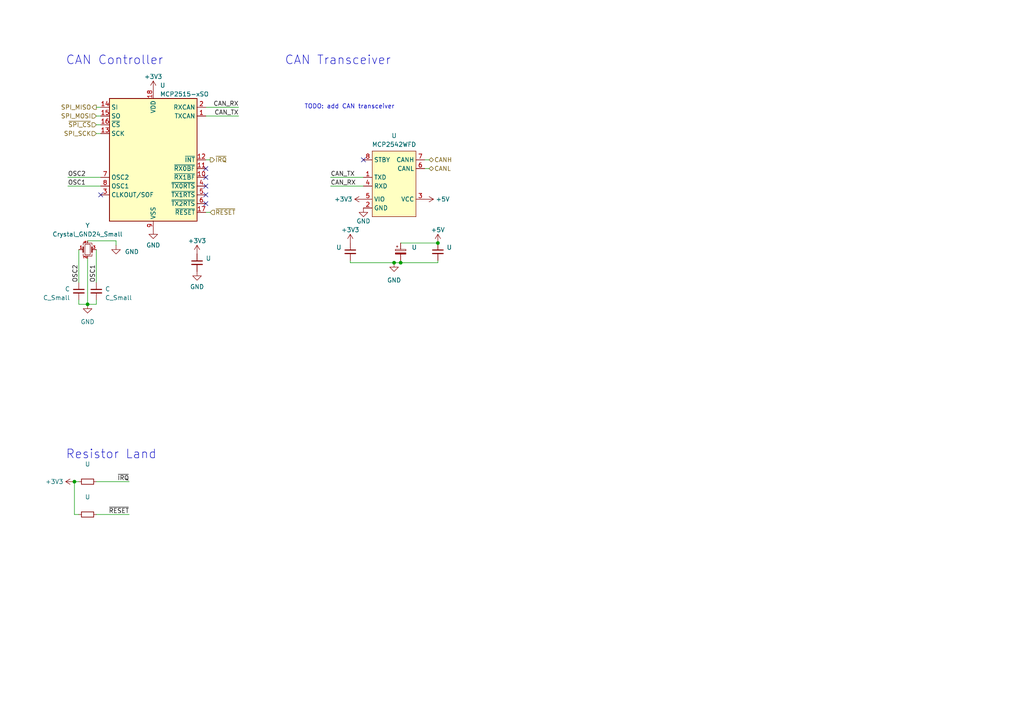
<source format=kicad_sch>
(kicad_sch (version 20220404) (generator eeschema)
  (paper "A4")
  (lib_symbols
    (symbol "Device:C_Polarized_Small" (pin_numbers hide) (pin_names (offset 0.254) hide)
      (property "Reference" "C" (at 0.254 1.778 0))
      (property "Value" "C_Polarized_Small" (at 0.254 -2.032 0))
      (symbol "C_Polarized_Small_0_1"
        (rectangle (start -1.524 -0.3048) (end 1.524 -0.6858) (fill (type outline)))
        (rectangle (start -1.524 0.6858) (end 1.524 0.3048))
        (polyline (pts (xy -1.27 1.524) (xy -0.762 1.524)))
        (polyline (pts (xy -1.016 1.27) (xy -1.016 1.778)))
      )
      (symbol "C_Polarized_Small_1_1"
        (pin passive line (at 0 2.54 270) (length 1.8542) (name "~") (number "1"))
        (pin passive line (at 0 -2.54 90) (length 1.8542) (name "~") (number "2"))
      )
    )
    (symbol "Device:C_Small" (pin_numbers hide) (pin_names (offset 0.254) hide)
      (property "Reference" "C" (at 0.254 1.778 0))
      (property "Value" "C_Small" (at 0.254 -2.032 0))
      (symbol "C_Small_0_1"
        (polyline (pts (xy -1.524 -0.508) (xy 1.524 -0.508)) (stroke (width 0.3302)))
        (polyline (pts (xy -1.524 0.508) (xy 1.524 0.508)) (stroke (width 0.3048)))
      )
      (symbol "C_Small_1_1"
        (pin passive line (at 0 2.54 270) (length 2.032) (name "~") (number "1"))
        (pin passive line (at 0 -2.54 90) (length 2.032) (name "~") (number "2"))
      )
    )
    (symbol "Device:Crystal_GND24_Small" (pin_names (offset 1.016) hide)
      (property "Reference" "Y" (at 1.27 4.445 0))
      (property "Value" "Crystal_GND24_Small" (at 1.27 2.54 0))
      (symbol "Crystal_GND24_Small_0_1"
        (rectangle (start -0.762 -1.524) (end 0.762 1.524))
        (polyline (pts (xy -1.27 -0.762) (xy -1.27 0.762)) (stroke (width 0.381)))
        (polyline (pts (xy 1.27 -0.762) (xy 1.27 0.762)) (stroke (width 0.381)))
        (polyline (pts (xy -1.27 -1.27) (xy -1.27 -1.905) (xy 1.27 -1.905) (xy 1.27 -1.27)))
        (polyline (pts (xy -1.27 1.27) (xy -1.27 1.905) (xy 1.27 1.905) (xy 1.27 1.27)))
      )
      (symbol "Crystal_GND24_Small_1_1"
        (pin passive line (at -2.54 0 0) (length 1.27) (name "1") (number "1"))
        (pin passive line (at 0 -2.54 90) (length 0.635) (name "2") (number "2"))
        (pin passive line (at 2.54 0 180) (length 1.27) (name "3") (number "3"))
        (pin passive line (at 0 2.54 270) (length 0.635) (name "4") (number "4"))
      )
    )
    (symbol "Device:R_Small" (pin_numbers hide) (pin_names (offset 0.254) hide)
      (property "Reference" "R" (at 0.762 0.508 0))
      (property "Value" "R_Small" (at 0.762 -1.016 0))
      (symbol "R_Small_0_1"
        (rectangle (start -0.762 1.778) (end 0.762 -1.778) (stroke (width 0.2032)))
      )
      (symbol "R_Small_1_1"
        (pin passive line (at 0 2.54 270) (length 0.762) (name "~") (number "1"))
        (pin passive line (at 0 -2.54 90) (length 0.762) (name "~") (number "2"))
      )
    )
    (symbol "Interface_CAN_LIN:MCP2515-xSO"
      (property "Reference" "U" (at -10.16 19.685 0))
      (property "Value" "MCP2515-xSO" (at 19.05 20.32 0))
      (symbol "MCP2515-xSO_0_1"
        (rectangle (start -12.7 17.78) (end 12.7 -17.78) (stroke (width 0.254)) (fill (type background)))
      )
      (symbol "MCP2515-xSO_1_1"
        (pin output line (at 15.24 12.7 180) (length 2.54) (name "TXCAN") (number "1"))
        (pin output line (at 15.24 -5.08 180) (length 2.54) (name "~{RX1BF}") (number "10"))
        (pin output line (at 15.24 -2.54 180) (length 2.54) (name "~{RX0BF}") (number "11"))
        (pin output line (at 15.24 0 180) (length 2.54) (name "~{INT}") (number "12"))
        (pin input line (at -15.24 7.62 0) (length 2.54) (name "SCK") (number "13"))
        (pin input line (at -15.24 15.24 0) (length 2.54) (name "SI") (number "14"))
        (pin output line (at -15.24 12.7 0) (length 2.54) (name "SO") (number "15"))
        (pin input line (at -15.24 10.16 0) (length 2.54) (name "~{CS}") (number "16"))
        (pin input line (at 15.24 -15.24 180) (length 2.54) (name "~{RESET}") (number "17"))
        (pin power_in line (at 0 20.32 270) (length 2.54) (name "VDD") (number "18"))
        (pin input line (at 15.24 15.24 180) (length 2.54) (name "RXCAN") (number "2"))
        (pin output line (at -15.24 -10.16 0) (length 2.54) (name "CLKOUT/SOF") (number "3"))
        (pin input line (at 15.24 -7.62 180) (length 2.54) (name "~{TX0RTS}") (number "4"))
        (pin input line (at 15.24 -10.16 180) (length 2.54) (name "~{TX1RTS}") (number "5"))
        (pin input line (at 15.24 -12.7 180) (length 2.54) (name "~{TX2RTS}") (number "6"))
        (pin output line (at -15.24 -5.08 0) (length 2.54) (name "OSC2") (number "7"))
        (pin input line (at -15.24 -7.62 0) (length 2.54) (name "OSC1") (number "8"))
        (pin power_in line (at 0 -20.32 90) (length 2.54) (name "VSS") (number "9"))
      )
    )
    (symbol "power:+3V3" (power) (pin_names (offset 0))
      (property "Value" "+3V3" (at 0 3.556 0))
      (symbol "+3V3_0_1"
        (polyline (pts (xy -0.762 1.27) (xy 0 2.54)))
        (polyline (pts (xy 0 0) (xy 0 2.54)))
        (polyline (pts (xy 0 2.54) (xy 0.762 1.27)))
      )
      (symbol "+3V3_1_1"
        (pin power_in line (at 0 0 90) (length 0) hide (name "+3V3") (number "1"))
      )
    )
    (symbol "power:+5V" (power) (pin_names (offset 0))
      (property "Value" "+5V" (at 0 3.556 0))
      (symbol "+5V_0_1"
        (polyline (pts (xy -0.762 1.27) (xy 0 2.54)))
        (polyline (pts (xy 0 0) (xy 0 2.54)))
        (polyline (pts (xy 0 2.54) (xy 0.762 1.27)))
      )
      (symbol "+5V_1_1"
        (pin power_in line (at 0 0 90) (length 0) hide (name "+5V") (number "1"))
      )
    )
    (symbol "power:GND" (power) (pin_names (offset 0))
      (property "Value" "GND" (at 0 -3.81 0))
      (symbol "GND_0_1"
        (polyline (pts (xy 0 0) (xy 0 -1.27) (xy 1.27 -1.27) (xy 0 -2.54) (xy -1.27 -1.27) (xy 0 -1.27)))
      )
      (symbol "GND_1_1"
        (pin power_in line (at 0 0 270) (length 0) hide (name "GND") (number "1"))
      )
    )
    (symbol "programmable-load:MCP2542WFD"
      (property "Reference" "U" (at 0 11.43 0))
      (property "Value" "MCP2542WFD" (at 0 8.89 0))
      (symbol "MCP2542WFD_0_1"
        (rectangle (start -6.35 7.62) (end 6.35 -11.43) (fill (type background)))
      )
      (symbol "MCP2542WFD_1_1"
        (pin input line (at -8.89 0 0) (length 2.54) (name "TXD") (number "1"))
        (pin power_in line (at -8.89 -8.89 0) (length 2.54) (name "GND") (number "2"))
        (pin power_in line (at 8.89 -6.35 180) (length 2.54) (name "VCC") (number "3"))
        (pin output line (at -8.89 -2.54 0) (length 2.54) (name "RXD") (number "4"))
        (pin power_in line (at -8.89 -6.35 0) (length 2.54) (name "VIO") (number "5"))
        (pin bidirectional line (at 8.89 2.54 180) (length 2.54) (name "CANL") (number "6"))
        (pin bidirectional line (at 8.89 5.08 180) (length 2.54) (name "CANH") (number "7"))
        (pin input line (at -8.89 5.08 0) (length 2.54) (name "STBY") (number "8"))
      )
    )
  )
  (junction (at 21.59 139.7))
  (junction (at 127 70.485))
  (junction (at 25.4 88.265))
  (junction (at 114.3 76.2))
  (junction (at 116.205 76.2))
  (no_connect (at 59.69 59.055))
  (no_connect (at 105.41 46.355))
  (no_connect (at 59.69 56.515))
  (no_connect (at 59.69 53.975))
  (no_connect (at 59.69 48.895))
  (no_connect (at 59.69 51.435))
  (no_connect (at 29.21 56.515))
  (wire (pts (xy 105.41 53.975) (xy 95.885 53.975)))
  (wire (pts (xy 59.69 33.655) (xy 69.215 33.655)))
  (wire (pts (xy 116.205 76.2) (xy 127 76.2)))
  (wire (pts (xy 59.69 61.595) (xy 60.96 61.595)))
  (wire (pts (xy 105.41 51.435) (xy 95.885 51.435)))
  (wire (pts (xy 25.4 69.85) (xy 33.655 69.85)))
  (wire (pts (xy 27.94 88.265) (xy 27.94 86.995)))
  (wire (pts (xy 127 76.2) (xy 127 75.565)))
  (wire (pts (xy 116.205 75.565) (xy 116.205 76.2)))
  (wire (pts (xy 27.94 31.115) (xy 29.21 31.115)))
  (wire (pts (xy 33.655 69.85) (xy 33.655 71.12)))
  (wire (pts (xy 27.94 33.655) (xy 29.21 33.655)))
  (wire (pts (xy 27.94 38.735) (xy 29.21 38.735)))
  (wire (pts (xy 21.59 149.225) (xy 22.86 149.225)))
  (wire (pts (xy 123.19 48.895) (xy 124.46 48.895)))
  (wire (pts (xy 27.94 149.225) (xy 37.465 149.225)))
  (wire (pts (xy 27.94 81.915) (xy 27.94 72.39)))
  (wire (pts (xy 116.205 70.485) (xy 127 70.485)))
  (wire (pts (xy 21.59 149.225) (xy 21.59 139.7)))
  (wire (pts (xy 22.86 88.265) (xy 25.4 88.265)))
  (wire (pts (xy 114.3 76.2) (xy 101.6 76.2)))
  (wire (pts (xy 59.69 46.355) (xy 60.96 46.355)))
  (wire (pts (xy 27.94 36.195) (xy 29.21 36.195)))
  (wire (pts (xy 123.19 46.355) (xy 124.46 46.355)))
  (wire (pts (xy 25.4 88.265) (xy 27.94 88.265)))
  (wire (pts (xy 114.3 76.2) (xy 116.205 76.2)))
  (wire (pts (xy 59.69 31.115) (xy 69.215 31.115)))
  (wire (pts (xy 19.685 51.435) (xy 29.21 51.435)))
  (wire (pts (xy 27.94 139.7) (xy 37.465 139.7)))
  (wire (pts (xy 101.6 76.2) (xy 101.6 75.565)))
  (wire (pts (xy 21.59 139.7) (xy 22.86 139.7)))
  (wire (pts (xy 22.86 81.915) (xy 22.86 72.39)))
  (wire (pts (xy 22.86 86.995) (xy 22.86 88.265)))
  (wire (pts (xy 25.4 74.93) (xy 25.4 88.265)))
  (wire (pts (xy 19.685 53.975) (xy 29.21 53.975)))
  (text "CAN Controller" (at 19.05 19.05 0) (effects (font (size 2.54 2.54)) (justify left bottom)))
  (text "TODO: add CAN transceiver" (at 88.265 31.75 0) (effects (font (size 1.27 1.27)) (justify left bottom)))
  (text "CAN Transceiver" (at 82.55 19.05 0) (effects (font (size 2.54 2.54)) (justify left bottom)))
  (text "Resistor Land" (at 19.05 133.35 0) (effects (font (size 2.54 2.54)) (justify left bottom)))
  (label "CAN_RX" (at 69.215 31.115 0))
  (label "~{IRQ}" (at 37.465 139.7 0))
  (label "OSC2" (at 22.86 81.915 90))
  (label "OSC1" (at 19.685 53.975 0))
  (label "CAN_TX" (at 69.215 33.655 0))
  (label "CAN_RX" (at 95.885 53.975 0))
  (label "OSC2" (at 19.685 51.435 0))
  (label "CAN_TX" (at 95.885 51.435 0))
  (label "OSC1" (at 27.94 81.915 90))
  (label "~{RESET}" (at 37.465 149.225 0))
  (hierarchical_label "SPI_MOSI" (shape input) (at 27.94 33.655 180))
  (hierarchical_label "~{SPI_CS}" (shape input) (at 27.94 36.195 180))
  (hierarchical_label "~{RESET}" (shape input) (at 60.96 61.595 0))
  (hierarchical_label "~{IRQ}" (shape output) (at 60.96 46.355 0))
  (hierarchical_label "SPI_MISO" (shape output) (at 27.94 31.115 180))
  (hierarchical_label "CANH" (shape bidirectional) (at 124.46 46.355 0))
  (hierarchical_label "CANL" (shape bidirectional) (at 124.46 48.895 0))
  (hierarchical_label "SPI_SCK" (shape input) (at 27.94 38.735 180))
  (symbol (lib_id "power:GND") (at 25.4 88.265 0) (unit 1)
    (default_instance (reference "#PWR") (unit 1) (value "GND") (footprint ""))
    (property "Reference" "#PWR" (effects hide))
    (property "Value" "GND" (at 25.4 93.345 0))
  )
  (symbol (lib_id "power:GND") (at 44.45 66.675 0) (unit 1)
    (default_instance (reference "#PWR") (unit 1) (value "GND") (footprint ""))
    (property "Reference" "#PWR" (effects hide))
    (property "Value" "GND" (at 44.45 71.12 0))
  )
  (symbol (lib_id "power:+3V3") (at 44.45 26.035 0) (unit 1)
    (default_instance (reference "#PWR") (unit 1) (value "+3V3") (footprint ""))
    (property "Reference" "#PWR" (effects hide))
    (property "Value" "+3V3" (at 44.45 22.225 0))
  )
  (symbol (lib_id "Device:C_Small") (at 57.15 76.2 0) (unit 1)
    (default_instance (reference "U") (unit 1) (value "") (footprint ""))
    (property "Reference" "U" (at 59.69 74.9362 0) (effects (justify left)))
  )
  (symbol (lib_id "programmable-load:MCP2542WFD") (at 114.3 51.435 0) (unit 1)
    (default_instance (reference "U") (unit 1) (value "MCP2542WFD") (footprint "Package_SO:SOIC-8_3.9x4.9mm_P1.27mm"))
    (property "Reference" "U" (at 114.3 39.37 0))
    (property "Value" "MCP2542WFD" (at 114.3 41.91 0))
    (property "Footprint" "Package_SO:SOIC-8_3.9x4.9mm_P1.27mm" (effects hide))
    (property "Datasheet" "http://ww1.microchip.com/downloads/en/DeviceDoc/MCP2542FD-4FD-MCP2542WFD-4WFD-Data-Sheet20005514B.pdf" (effects hide))
  )
  (symbol (lib_id "Device:Crystal_GND24_Small") (at 25.4 72.39 0) (unit 1)
    (default_instance (reference "Y") (unit 1) (value "Crystal_GND24_Small") (footprint ""))
    (property "Reference" "Y" (at 25.4 65.405 0))
    (property "Value" "Crystal_GND24_Small" (at 25.4 67.945 0))
    (property "MPN" "ECS-160-20-33-AEN-TR3" (effects hide))
  )
  (symbol (lib_id "Device:R_Small") (at 25.4 139.7 270) (mirror x) (unit 1)
    (default_instance (reference "U") (unit 1) (value "") (footprint ""))
    (property "Reference" "U" (at 25.4 134.62 90))
  )
  (symbol (lib_id "power:GND") (at 105.41 60.325 0) (unit 1)
    (default_instance (reference "#PWR") (unit 1) (value "GND") (footprint ""))
    (property "Reference" "#PWR" (effects hide))
    (property "Value" "GND" (at 105.41 64.135 0))
  )
  (symbol (lib_id "Device:C_Small") (at 101.6 73.025 0) (mirror y) (unit 1)
    (default_instance (reference "U") (unit 1) (value "") (footprint ""))
    (property "Reference" "U" (at 99.06 71.7612 0) (effects (justify left)))
  )
  (symbol (lib_id "Device:C_Small") (at 22.86 84.455 0) (mirror y) (unit 1)
    (default_instance (reference "C") (unit 1) (value "C_Small") (footprint ""))
    (property "Reference" "C" (at 20.32 83.8263 0) (effects (justify left)))
    (property "Value" "C_Small" (at 20.32 86.3663 0) (effects (justify left)))
  )
  (symbol (lib_id "Interface_CAN_LIN:MCP2515-xSO") (at 44.45 46.355 0) (unit 1)
    (default_instance (reference "U") (unit 1) (value "MCP2515-xSO") (footprint "Package_SO:SOIC-18W_7.5x11.6mm_P1.27mm"))
    (property "Reference" "U" (at 46.4059 24.765 0) (effects (justify left)))
    (property "Value" "MCP2515-xSO" (at 46.4059 27.305 0) (effects (justify left)))
    (property "Footprint" "Package_SO:SOIC-18W_7.5x11.6mm_P1.27mm" (effects hide))
    (property "Datasheet" "http://ww1.microchip.com/downloads/en/DeviceDoc/21801e.pdf" (effects hide))
  )
  (symbol (lib_id "Device:C_Small") (at 127 73.025 0) (unit 1)
    (default_instance (reference "U") (unit 1) (value "") (footprint ""))
    (property "Reference" "U" (at 129.54 71.7612 0) (effects (justify left)))
  )
  (symbol (lib_id "power:GND") (at 33.655 71.12 0) (unit 1)
    (default_instance (reference "#PWR") (unit 1) (value "GND") (footprint ""))
    (property "Reference" "#PWR" (effects hide))
    (property "Value" "GND" (at 36.195 73.025 0) (effects (justify left)))
  )
  (symbol (lib_id "power:+3V3") (at 105.41 57.785 90) (unit 1)
    (default_instance (reference "#PWR") (unit 1) (value "+3V3") (footprint ""))
    (property "Reference" "#PWR" (effects hide))
    (property "Value" "+3V3" (at 102.235 57.785 90) (effects (justify left)))
  )
  (symbol (lib_id "Device:C_Small") (at 27.94 84.455 0) (unit 1)
    (default_instance (reference "C") (unit 1) (value "C_Small") (footprint ""))
    (property "Reference" "C" (at 30.48 83.8263 0) (effects (justify left)))
    (property "Value" "C_Small" (at 30.48 86.3663 0) (effects (justify left)))
  )
  (symbol (lib_id "power:+5V") (at 123.19 57.785 270) (unit 1)
    (default_instance (reference "#PWR") (unit 1) (value "+5V") (footprint ""))
    (property "Reference" "#PWR" (effects hide))
    (property "Value" "+5V" (at 126.365 57.785 90) (effects (justify left)))
  )
  (symbol (lib_id "power:+5V") (at 127 70.485 0) (unit 1)
    (default_instance (reference "#PWR") (unit 1) (value "+5V") (footprint ""))
    (property "Reference" "#PWR" (effects hide))
    (property "Value" "+5V" (at 127 66.675 0))
  )
  (symbol (lib_id "Device:C_Polarized_Small") (at 116.205 73.025 0) (unit 1)
    (default_instance (reference "U") (unit 1) (value "") (footprint ""))
    (property "Reference" "U" (at 119.38 71.755 0) (effects (justify left)))
    (property "MPN" "TAJA106K016RNJ" (effects hide))
  )
  (symbol (lib_id "power:+3V3") (at 101.6 70.485 0) (unit 1)
    (default_instance (reference "#PWR") (unit 1) (value "+3V3") (footprint ""))
    (property "Reference" "#PWR" (effects hide))
    (property "Value" "+3V3" (at 101.6 66.675 0))
  )
  (symbol (lib_id "power:GND") (at 114.3 76.2 0) (unit 1)
    (default_instance (reference "#PWR") (unit 1) (value "GND") (footprint ""))
    (property "Reference" "#PWR" (effects hide))
    (property "Value" "GND" (at 114.3 81.28 0))
  )
  (symbol (lib_id "power:GND") (at 57.15 78.74 0) (unit 1)
    (default_instance (reference "#PWR") (unit 1) (value "GND") (footprint ""))
    (property "Reference" "#PWR" (effects hide))
    (property "Value" "GND" (at 57.15 83.185 0))
  )
  (symbol (lib_id "power:+3V3") (at 21.59 139.7 90) (unit 1)
    (default_instance (reference "#PWR") (unit 1) (value "+3V3") (footprint ""))
    (property "Reference" "#PWR" (effects hide))
    (property "Value" "+3V3" (at 18.415 139.7 90) (effects (justify left)))
  )
  (symbol (lib_id "power:+3V3") (at 57.15 73.66 0) (unit 1)
    (default_instance (reference "#PWR") (unit 1) (value "+3V3") (footprint ""))
    (property "Reference" "#PWR" (effects hide))
    (property "Value" "+3V3" (at 57.15 69.85 0))
  )
  (symbol (lib_id "Device:R_Small") (at 25.4 149.225 270) (mirror x) (unit 1)
    (default_instance (reference "U") (unit 1) (value "") (footprint ""))
    (property "Reference" "U" (at 25.4 144.145 90))
  )
)
</source>
